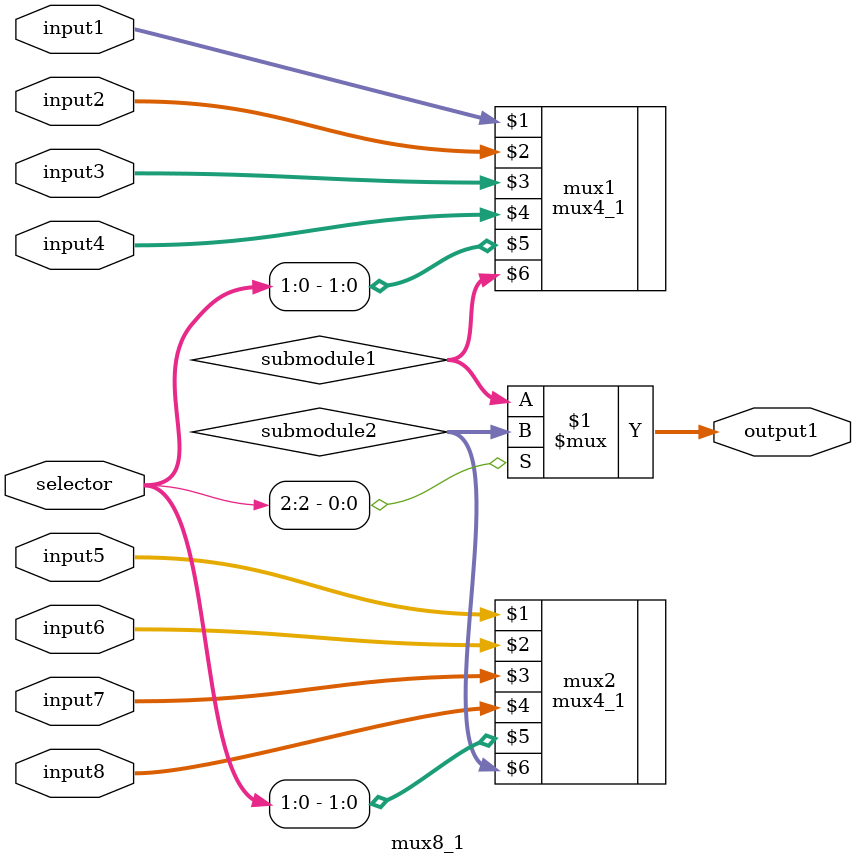
<source format=v>
`include "mux_4_1.v"
module mux8_1 (   input [15:0]input1,
                  input [15:0]input2,
                  input [15:0]input3,
                  input [15:0]input4,
                  input [15:0]input5,
                  input [15:0]input6,
                  input [15:0]input7,
                  input [15:0]input8,
                  input [2:0]selector,
                  output [15:0]output1);
    wire [15:0]submodule1, submodule2;
    mux4_1 mux1(input1, input2, input3, input4, selector[1:0], submodule1);
    mux4_1 mux2(input5, input6, input7, input8, selector[1:0], submodule2);
    assign output1 = selector [2] ? submodule2 : submodule1;
endmodule
</source>
